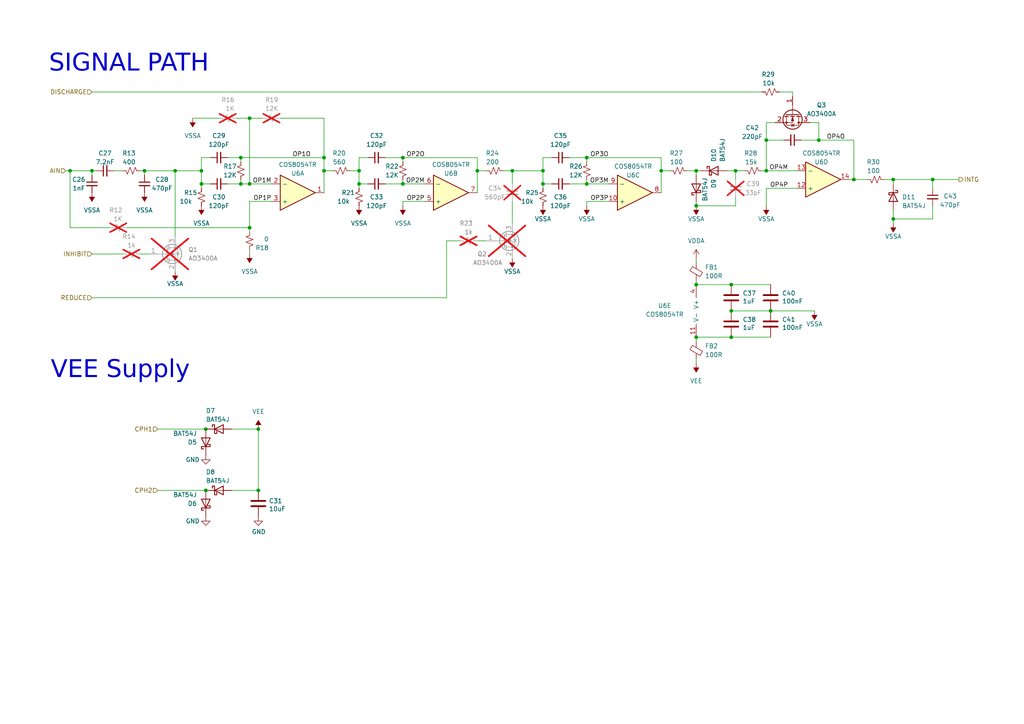
<source format=kicad_sch>
(kicad_sch (version 20250114) (generator "eeschema") (generator_version "9.0")
  (paper "A4")
  (lib_symbols
    (symbol "Device:C" (pin_numbers (hide yes)) (pin_names (offset 0.254))
      (property "Reference" "C" (at 0.635 2.54 0))
      (property "Value" "C" (at 0.635 -2.54 0))
      (symbol "C_0_1"
        (polyline (pts (xy -2.032 0.762) (xy 2.032 0.762)) (stroke (width 0.508)))
        (polyline (pts (xy -2.032 -0.762) (xy 2.032 -0.762)) (stroke (width 0.508)))
      )
      (symbol "C_1_1"
        (pin passive line (at 0 3.81 270) (length 2.794) (name "~") (number "1"))
        (pin passive line (at 0 -3.81 90) (length 2.794) (name "~") (number "2"))
      )
    )
    (symbol "Device:C_Small" (pin_numbers (hide yes)) (pin_names (offset 0.254) (hide yes))
      (property "Reference" "C" (at 0.254 1.778 0))
      (property "Value" "C_Small" (at 0.254 -2.032 0))
      (symbol "C_Small_0_1"
        (polyline (pts (xy -1.524 0.508) (xy 1.524 0.508)) (stroke (width 0.3048)))
        (polyline (pts (xy -1.524 -0.508) (xy 1.524 -0.508)) (stroke (width 0.3302)))
      )
      (symbol "C_Small_1_1"
        (pin passive line (at 0 2.54 270) (length 2.032) (name "~") (number "1"))
        (pin passive line (at 0 -2.54 90) (length 2.032) (name "~") (number "2"))
      )
    )
    (symbol "Device:FerriteBead_Small" (pin_numbers (hide yes)) (pin_names (offset 0))
      (property "Reference" "FB" (at 1.905 1.27 0))
      (property "Value" "FerriteBead_Small" (at 1.905 -1.27 0))
      (symbol "FerriteBead_Small_0_1"
        (polyline (pts (xy -1.8288 0.2794) (xy -1.1176 1.4986) (xy 1.8288 -0.2032) (xy 1.1176 -1.4224) (xy -1.8288 0.2794)))
        (polyline (pts (xy 0 0.889) (xy 0 1.2954)))
        (polyline (pts (xy 0 -1.27) (xy 0 -0.7874)))
      )
      (symbol "FerriteBead_Small_1_1"
        (pin passive line (at 0 2.54 270) (length 1.27) (name "~") (number "1"))
        (pin passive line (at 0 -2.54 90) (length 1.27) (name "~") (number "2"))
      )
    )
    (symbol "Device:Opamp_Quad"
      (property "Reference" "U" (at 0 5.08 0))
      (property "Value" "Opamp_Quad" (at 0 -5.08 0))
      (symbol "Opamp_Quad_1_1"
        (polyline (pts (xy -5.08 5.08) (xy 5.08 0) (xy -5.08 -5.08) (xy -5.08 5.08)) (stroke (width 0.254)) (fill (type background)))
        (pin input line (at -7.62 2.54 0) (length 2.54) (name "+") (number "3"))
        (pin input line (at -7.62 -2.54 0) (length 2.54) (name "-") (number "2"))
        (pin output line (at 7.62 0 180) (length 2.54) (name "~") (number "1"))
      )
      (symbol "Opamp_Quad_2_1"
        (polyline (pts (xy -5.08 5.08) (xy 5.08 0) (xy -5.08 -5.08) (xy -5.08 5.08)) (stroke (width 0.254)) (fill (type background)))
        (pin input line (at -7.62 2.54 0) (length 2.54) (name "+") (number "5"))
        (pin input line (at -7.62 -2.54 0) (length 2.54) (name "-") (number "6"))
        (pin output line (at 7.62 0 180) (length 2.54) (name "~") (number "7"))
      )
      (symbol "Opamp_Quad_3_1"
        (polyline (pts (xy -5.08 5.08) (xy 5.08 0) (xy -5.08 -5.08) (xy -5.08 5.08)) (stroke (width 0.254)) (fill (type background)))
        (pin input line (at -7.62 2.54 0) (length 2.54) (name "+") (number "10"))
        (pin input line (at -7.62 -2.54 0) (length 2.54) (name "-") (number "9"))
        (pin output line (at 7.62 0 180) (length 2.54) (name "~") (number "8"))
      )
      (symbol "Opamp_Quad_4_1"
        (polyline (pts (xy -5.08 5.08) (xy 5.08 0) (xy -5.08 -5.08) (xy -5.08 5.08)) (stroke (width 0.254)) (fill (type background)))
        (pin input line (at -7.62 2.54 0) (length 2.54) (name "+") (number "12"))
        (pin input line (at -7.62 -2.54 0) (length 2.54) (name "-") (number "13"))
        (pin output line (at 7.62 0 180) (length 2.54) (name "~") (number "14"))
      )
      (symbol "Opamp_Quad_5_1"
        (pin power_in line (at -2.54 7.62 270) (length 3.81) (name "V+") (number "4"))
        (pin power_in line (at -2.54 -7.62 90) (length 3.81) (name "V-") (number "11"))
      )
    )
    (symbol "Device:R_Small_US" (pin_numbers (hide yes)) (pin_names (offset 0.254) (hide yes))
      (property "Reference" "R" (at 0.762 0.508 0))
      (property "Value" "R_Small_US" (at 0.762 -1.016 0))
      (symbol "R_Small_US_1_1"
        (polyline (pts (xy 0 1.524) (xy 1.016 1.143) (xy 0 0.762) (xy -1.016 0.381) (xy 0 0)))
        (polyline (pts (xy 0 0) (xy 1.016 -0.381) (xy 0 -0.762) (xy -1.016 -1.143) (xy 0 -1.524)))
        (pin passive line (at 0 2.54 270) (length 1.016) (name "~") (number "1"))
        (pin passive line (at 0 -2.54 90) (length 1.016) (name "~") (number "2"))
      )
    )
    (symbol "Diode:BAT54J" (pin_numbers (hide yes)) (pin_names (offset 1.016) (hide yes))
      (property "Reference" "D" (at 0 2.54 0))
      (property "Value" "BAT54J" (at 0 -2.54 0))
      (symbol "BAT54J_0_1"
        (polyline (pts (xy -1.905 0.635) (xy -1.905 1.27) (xy -1.27 1.27) (xy -1.27 -1.27) (xy -0.635 -1.27) (xy -0.635 -0.635)) (stroke (width 0.254)))
        (polyline (pts (xy 1.27 1.27) (xy 1.27 -1.27) (xy -1.27 0) (xy 1.27 1.27)) (stroke (width 0.254)))
        (polyline (pts (xy 1.27 0) (xy -1.27 0)))
      )
      (symbol "BAT54J_1_1"
        (pin passive line (at -3.81 0 0) (length 2.54) (name "K") (number "1"))
        (pin passive line (at 3.81 0 180) (length 2.54) (name "A") (number "2"))
      )
    )
    (symbol "Transistor_FET:AO3400A" (pin_names (hide yes))
      (property "Reference" "Q" (at 5.08 1.905 0))
      (property "Value" "AO3400A" (at 5.08 0 0))
      (symbol "AO3400A_0_1"
        (polyline (pts (xy 0.254 1.905) (xy 0.254 -1.905)) (stroke (width 0.254)))
        (polyline (pts (xy 0.254 0) (xy -2.54 0)))
        (polyline (pts (xy 0.762 2.286) (xy 0.762 1.27)) (stroke (width 0.254)))
        (polyline (pts (xy 0.762 0.508) (xy 0.762 -0.508)) (stroke (width 0.254)))
        (polyline (pts (xy 0.762 -1.27) (xy 0.762 -2.286)) (stroke (width 0.254)))
        (polyline (pts (xy 0.762 -1.778) (xy 3.302 -1.778) (xy 3.302 1.778) (xy 0.762 1.778)))
        (polyline (pts (xy 1.016 0) (xy 2.032 0.381) (xy 2.032 -0.381) (xy 1.016 0)) (fill (type outline)))
        (circle (center 1.651 0) (radius 2.794) (stroke (width 0.254)))
        (polyline (pts (xy 2.54 2.54) (xy 2.54 1.778)))
        (circle (center 2.54 1.778) (radius 0.254) (fill (type outline)))
        (circle (center 2.54 -1.778) (radius 0.254) (fill (type outline)))
        (polyline (pts (xy 2.54 -2.54) (xy 2.54 0) (xy 0.762 0)))
        (polyline (pts (xy 2.794 0.508) (xy 2.921 0.381) (xy 3.683 0.381) (xy 3.81 0.254)))
        (polyline (pts (xy 3.302 0.381) (xy 2.921 -0.254) (xy 3.683 -0.254) (xy 3.302 0.381)))
      )
      (symbol "AO3400A_1_1"
        (pin input line (at -5.08 0 0) (length 2.54) (name "G") (number "1"))
        (pin passive line (at 2.54 5.08 270) (length 2.54) (name "D") (number "3"))
        (pin passive line (at 2.54 -5.08 90) (length 2.54) (name "S") (number "2"))
      )
    )
    (symbol "power:GND" (power) (pin_names (offset 0))
      (property "Value" "GND" (at 0 -3.81 0))
      (symbol "GND_0_1"
        (polyline (pts (xy 0 0) (xy 0 -1.27) (xy 1.27 -1.27) (xy 0 -2.54) (xy -1.27 -1.27) (xy 0 -1.27)))
      )
      (symbol "GND_1_1"
        (pin power_in line (at 0 0 270) (length 0) (hide yes) (name "GND") (number "1"))
      )
    )
    (symbol "power:VDDA" (power) (pin_names (offset 0))
      (property "Value" "VDDA" (at 0 3.81 0))
      (symbol "VDDA_0_1"
        (polyline (pts (xy -0.762 1.27) (xy 0 2.54)))
        (polyline (pts (xy 0 2.54) (xy 0.762 1.27)))
        (polyline (pts (xy 0 0) (xy 0 2.54)))
      )
      (symbol "VDDA_1_1"
        (pin power_in line (at 0 0 90) (length 0) (hide yes) (name "VDDA") (number "1"))
      )
    )
    (symbol "power:VEE" (power) (pin_numbers (hide yes)) (pin_names (offset 0) (hide yes))
      (property "Value" "VEE" (at 0 3.556 0))
      (symbol "VEE_0_1"
        (polyline (pts (xy 0 0) (xy 0 2.54)))
        (polyline (pts (xy 0.762 1.27) (xy -0.762 1.27) (xy 0 2.54) (xy 0.762 1.27)) (fill (type outline)))
      )
      (symbol "VEE_1_1"
        (pin power_in line (at 0 0 90) (length 0) (name "~") (number "1"))
      )
    )
    (symbol "power:VSSA" (power) (pin_names (offset 0))
      (property "Value" "VSSA" (at 0 3.81 0))
      (symbol "VSSA_0_1"
        (polyline (pts (xy 0 0) (xy 0 2.54)))
        (polyline (pts (xy 0.762 1.27) (xy -0.762 1.27) (xy 0 2.54) (xy 0.762 1.27)) (fill (type outline)))
      )
      (symbol "VSSA_1_1"
        (pin power_in line (at 0 0 90) (length 0) (hide yes) (name "VSSA") (number "1"))
      )
    )
  )
  (text "SIGNAL PATH" (at 14.224 22.86 0) (effects (font (size 5.08 5.08)) (justify left bottom)))
  (text "VEE Supply" (at 14.732 111.76 0) (effects (font (size 5.08 5.08)) (justify left bottom)))
  (junction (at 247.65 52.07))
  (junction (at 170.18 53.34))
  (junction (at 213.36 49.53))
  (junction (at 93.98 45.72))
  (junction (at 157.48 49.53))
  (junction (at 59.69 142.24))
  (junction (at 212.09 82.55))
  (junction (at 41.91 49.53))
  (junction (at 72.39 53.34))
  (junction (at 157.48 53.34))
  (junction (at 74.93 124.46))
  (junction (at 237.49 40.64))
  (junction (at 74.93 142.24))
  (junction (at 191.77 49.53))
  (junction (at 259.08 63.5))
  (junction (at 270.51 52.07))
  (junction (at 148.59 49.53))
  (junction (at 201.93 59.69))
  (junction (at 138.43 49.53))
  (junction (at 259.08 52.07))
  (junction (at 222.25 40.64))
  (junction (at 72.39 34.29))
  (junction (at 69.85 53.34))
  (junction (at 50.8 49.53))
  (junction (at 69.85 45.72))
  (junction (at 104.14 49.53))
  (junction (at 116.84 45.72))
  (junction (at 201.93 82.55))
  (junction (at 104.14 53.34))
  (junction (at 116.84 53.34))
  (junction (at 222.25 49.53))
  (junction (at 93.98 49.53))
  (junction (at 58.42 49.53))
  (junction (at 72.39 66.04))
  (junction (at 201.93 97.79))
  (junction (at 223.52 90.17))
  (junction (at 58.42 53.34))
  (junction (at 212.09 97.79))
  (junction (at 26.67 49.53))
  (junction (at 170.18 45.72))
  (junction (at 59.69 124.46))
  (junction (at 20.32 49.53))
  (junction (at 212.09 90.17))
  (junction (at 201.93 49.53))
  (wire (pts (xy 93.98 45.72) (xy 93.98 49.53)))
  (wire (pts (xy 58.42 49.53) (xy 58.42 53.34)))
  (wire (pts (xy 111.76 53.34) (xy 116.84 53.34)))
  (wire (pts (xy 140.97 49.53) (xy 138.43 49.53)))
  (wire (pts (xy 213.36 49.53) (xy 215.9 49.53)))
  (wire (pts (xy 41.91 49.53) (xy 41.91 50.8)))
  (wire (pts (xy 201.93 50.8) (xy 201.93 49.53)))
  (wire (pts (xy 50.8 49.53) (xy 58.42 49.53)))
  (wire (pts (xy 138.43 69.85) (xy 140.97 69.85)))
  (wire (pts (xy 213.36 52.07) (xy 213.36 49.53)))
  (wire (pts (xy 259.08 52.07) (xy 270.51 52.07)))
  (wire (pts (xy 58.42 45.72) (xy 58.42 49.53)))
  (wire (pts (xy 199.39 49.53) (xy 201.93 49.53)))
  (wire (pts (xy 20.32 49.53) (xy 26.67 49.53)))
  (wire (pts (xy 104.14 53.34) (xy 106.68 53.34)))
  (wire (pts (xy 259.08 60.96) (xy 259.08 63.5)))
  (wire (pts (xy 72.39 53.34) (xy 78.74 53.34)))
  (wire (pts (xy 247.65 40.64) (xy 247.65 52.07)))
  (wire (pts (xy 104.14 45.72) (xy 104.14 49.53)))
  (wire (pts (xy 170.18 53.34) (xy 176.53 53.34)))
  (wire (pts (xy 129.54 69.85) (xy 133.35 69.85)))
  (wire (pts (xy 93.98 34.29) (xy 93.98 45.72)))
  (wire (pts (xy 116.84 58.42) (xy 116.84 59.69)))
  (wire (pts (xy 148.59 58.42) (xy 148.59 64.77)))
  (wire (pts (xy 212.09 90.17) (xy 223.52 90.17)))
  (wire (pts (xy 26.67 26.67) (xy 220.98 26.67)))
  (wire (pts (xy 270.51 52.07) (xy 278.13 52.07)))
  (wire (pts (xy 72.39 58.42) (xy 72.39 66.04)))
  (wire (pts (xy 201.93 58.42) (xy 201.93 59.69)))
  (wire (pts (xy 138.43 49.53) (xy 138.43 45.72)))
  (wire (pts (xy 72.39 53.34) (xy 72.39 34.29)))
  (wire (pts (xy 19.05 49.53) (xy 20.32 49.53)))
  (wire (pts (xy 201.93 49.53) (xy 203.2 49.53)))
  (wire (pts (xy 231.14 54.61) (xy 222.25 54.61)))
  (wire (pts (xy 104.14 49.53) (xy 104.14 53.34)))
  (wire (pts (xy 66.04 53.34) (xy 69.85 53.34)))
  (wire (pts (xy 201.93 104.14) (xy 201.93 105.41)))
  (wire (pts (xy 224.79 35.56) (xy 222.25 35.56)))
  (wire (pts (xy 256.54 52.07) (xy 259.08 52.07)))
  (wire (pts (xy 237.49 35.56) (xy 237.49 40.64)))
  (wire (pts (xy 165.1 45.72) (xy 170.18 45.72)))
  (wire (pts (xy 72.39 66.04) (xy 72.39 67.31)))
  (wire (pts (xy 157.48 53.34) (xy 160.02 53.34)))
  (wire (pts (xy 201.93 97.79) (xy 212.09 97.79)))
  (wire (pts (xy 170.18 45.72) (xy 170.18 46.99)))
  (wire (pts (xy 93.98 49.53) (xy 96.52 49.53)))
  (wire (pts (xy 148.59 49.53) (xy 146.05 49.53)))
  (wire (pts (xy 232.41 40.64) (xy 237.49 40.64)))
  (wire (pts (xy 116.84 52.07) (xy 116.84 53.34)))
  (wire (pts (xy 170.18 45.72) (xy 191.77 45.72)))
  (wire (pts (xy 36.83 66.04) (xy 72.39 66.04)))
  (wire (pts (xy 270.51 63.5) (xy 270.51 59.69)))
  (wire (pts (xy 191.77 49.53) (xy 191.77 45.72)))
  (wire (pts (xy 40.64 49.53) (xy 41.91 49.53)))
  (wire (pts (xy 259.08 63.5) (xy 259.08 64.77)))
  (wire (pts (xy 237.49 40.64) (xy 247.65 40.64)))
  (wire (pts (xy 78.74 58.42) (xy 72.39 58.42)))
  (wire (pts (xy 101.6 49.53) (xy 104.14 49.53)))
  (wire (pts (xy 170.18 58.42) (xy 170.18 59.69)))
  (wire (pts (xy 227.33 40.64) (xy 222.25 40.64)))
  (wire (pts (xy 116.84 45.72) (xy 116.84 46.99)))
  (wire (pts (xy 191.77 55.88) (xy 191.77 49.53)))
  (wire (pts (xy 229.87 26.67) (xy 229.87 27.94)))
  (wire (pts (xy 213.36 57.15) (xy 213.36 59.69)))
  (wire (pts (xy 81.28 34.29) (xy 93.98 34.29)))
  (wire (pts (xy 157.48 54.61) (xy 157.48 53.34)))
  (wire (pts (xy 111.76 45.72) (xy 116.84 45.72)))
  (wire (pts (xy 26.67 49.53) (xy 26.67 50.8)))
  (wire (pts (xy 176.53 58.42) (xy 170.18 58.42)))
  (wire (pts (xy 60.96 45.72) (xy 58.42 45.72)))
  (wire (pts (xy 223.52 90.17) (xy 236.22 90.17)))
  (wire (pts (xy 201.93 97.79) (xy 201.93 99.06)))
  (wire (pts (xy 116.84 45.72) (xy 138.43 45.72)))
  (wire (pts (xy 246.38 52.07) (xy 247.65 52.07)))
  (wire (pts (xy 69.85 45.72) (xy 93.98 45.72)))
  (wire (pts (xy 58.42 54.61) (xy 58.42 53.34)))
  (wire (pts (xy 213.36 59.69) (xy 201.93 59.69)))
  (wire (pts (xy 67.31 142.24) (xy 74.93 142.24)))
  (wire (pts (xy 45.72 142.24) (xy 59.69 142.24)))
  (wire (pts (xy 160.02 45.72) (xy 157.48 45.72)))
  (wire (pts (xy 27.94 49.53) (xy 26.67 49.53)))
  (wire (pts (xy 129.54 86.36) (xy 129.54 69.85)))
  (wire (pts (xy 226.06 26.67) (xy 229.87 26.67)))
  (wire (pts (xy 93.98 49.53) (xy 93.98 55.88)))
  (wire (pts (xy 213.36 49.53) (xy 210.82 49.53)))
  (wire (pts (xy 69.85 45.72) (xy 69.85 46.99)))
  (wire (pts (xy 20.32 49.53) (xy 20.32 66.04)))
  (wire (pts (xy 69.85 53.34) (xy 72.39 53.34)))
  (wire (pts (xy 259.08 63.5) (xy 270.51 63.5)))
  (wire (pts (xy 222.25 35.56) (xy 222.25 40.64)))
  (wire (pts (xy 201.93 82.55) (xy 212.09 82.55)))
  (wire (pts (xy 26.67 73.66) (xy 35.56 73.66)))
  (wire (pts (xy 55.88 34.29) (xy 63.5 34.29)))
  (wire (pts (xy 116.84 53.34) (xy 123.19 53.34)))
  (wire (pts (xy 68.58 34.29) (xy 72.39 34.29)))
  (wire (pts (xy 222.25 49.53) (xy 231.14 49.53)))
  (wire (pts (xy 270.51 52.07) (xy 270.51 54.61)))
  (wire (pts (xy 212.09 97.79) (xy 223.52 97.79)))
  (wire (pts (xy 148.59 49.53) (xy 157.48 49.53)))
  (wire (pts (xy 69.85 52.07) (xy 69.85 53.34)))
  (wire (pts (xy 123.19 58.42) (xy 116.84 58.42)))
  (wire (pts (xy 104.14 54.61) (xy 104.14 53.34)))
  (wire (pts (xy 74.93 142.24) (xy 74.93 124.46)))
  (wire (pts (xy 72.39 72.39) (xy 72.39 73.66)))
  (wire (pts (xy 106.68 45.72) (xy 104.14 45.72)))
  (wire (pts (xy 45.72 124.46) (xy 59.69 124.46)))
  (wire (pts (xy 40.64 73.66) (xy 43.18 73.66)))
  (wire (pts (xy 26.67 86.36) (xy 129.54 86.36)))
  (wire (pts (xy 201.93 81.28) (xy 201.93 82.55)))
  (wire (pts (xy 66.04 45.72) (xy 69.85 45.72)))
  (wire (pts (xy 33.02 49.53) (xy 35.56 49.53)))
  (wire (pts (xy 220.98 49.53) (xy 222.25 49.53)))
  (wire (pts (xy 148.59 53.34) (xy 148.59 49.53)))
  (wire (pts (xy 212.09 82.55) (xy 223.52 82.55)))
  (wire (pts (xy 72.39 34.29) (xy 76.2 34.29)))
  (wire (pts (xy 20.32 66.04) (xy 31.75 66.04)))
  (wire (pts (xy 157.48 45.72) (xy 157.48 49.53)))
  (wire (pts (xy 234.95 35.56) (xy 237.49 35.56)))
  (wire (pts (xy 138.43 55.88) (xy 138.43 49.53)))
  (wire (pts (xy 222.25 54.61) (xy 222.25 59.69)))
  (wire (pts (xy 191.77 49.53) (xy 194.31 49.53)))
  (wire (pts (xy 50.8 49.53) (xy 41.91 49.53)))
  (wire (pts (xy 165.1 53.34) (xy 170.18 53.34)))
  (wire (pts (xy 222.25 40.64) (xy 222.25 49.53)))
  (wire (pts (xy 201.93 74.93) (xy 201.93 76.2)))
  (wire (pts (xy 259.08 52.07) (xy 259.08 53.34)))
  (wire (pts (xy 50.8 49.53) (xy 50.8 68.58)))
  (wire (pts (xy 247.65 52.07) (xy 251.46 52.07)))
  (wire (pts (xy 67.31 124.46) (xy 74.93 124.46)))
  (wire (pts (xy 157.48 49.53) (xy 157.48 53.34)))
  (wire (pts (xy 170.18 52.07) (xy 170.18 53.34)))
  (wire (pts (xy 58.42 53.34) (xy 60.96 53.34)))
  (label "OP3O" (at 176.53 45.72 180))
  (label "OP3M" (at 176.53 53.34 180))
  (label "TIM2_CH4" (at 162.56 224.79 180))
  (label "OP1P" (at 78.74 58.42 180))
  (label "OP4M" (at 228.6 49.53 180))
  (label "OP4P" (at 228.6 54.61 180))
  (label "OP2P" (at 123.19 58.42 180))
  (label "OP4O" (at 245.11 40.64 180))
  (label "OP1M" (at 78.74 53.34 180))
  (label "OP2O" (at 123.19 45.72 180))
  (label "OP1O" (at 90.17 45.72 180))
  (label "OP3P" (at 176.53 58.42 180))
  (label "OP2M" (at 123.19 53.34 180))
  (hierarchical_label "CPH2" (shape input) (at 45.72 142.24 180))
  (hierarchical_label "DISCHARGE" (shape input) (at 26.67 26.67 180))
  (hierarchical_label "INHIBIT" (shape input) (at 26.67 73.66 180))
  (hierarchical_label "AIN" (shape input) (at 19.05 49.53 180))
  (hierarchical_label "CPH1" (shape input) (at 45.72 124.46 180))
  (hierarchical_label "INTG" (shape output) (at 278.13 52.07 0))
  (hierarchical_label "REDUCE" (shape input) (at 26.67 86.36 180))
  (symbol (lib_id "Device:C") (at 223.52 93.98 0) (unit 1)
    (property "Reference" "C41" (at 226.822 92.685 0) (effects (justify left)))
    (property "Value" "100nF" (at 226.822 94.996 0) (effects (justify left)))
    (property "Footprint" "Capacitor_SMD:C_0603_1608Metric" (effects (hide yes)))
  )
  (symbol (lib_id "Device:Opamp_Quad") (at 86.36 55.88 0) (mirror x) (unit 1)
    (property "Reference" "U6" (at 86.36 50.292 0))
    (property "Value" "COS8054TR" (at 86.36 47.752 0))
    (property "Footprint" "Package_SO:TSSOP-14_4.4x5mm_P0.65mm" (effects (hide yes)))
    (property "Datasheet" "https://datasheet.lcsc.com/lcsc/2312190426_COSINE-COS8054TR_C7463388.pdf" (effects (hide yes)))
    (property "Description" "Quad operational amplifier" (effects (hide yes)))
    (property "Sim.Library" "${KICAD7_SYMBOL_DIR}/Simulation_SPICE.sp" (effects (hide yes)))
    (property "Sim.Name" "kicad_builtin_opamp_quad" (effects (hide yes)))
    (property "Sim.Device" "SUBCKT" (effects (hide yes)))
    (property "Sim.Pins" "1=out1 2=in1- 3=in1+ 4=vcc 5=in2+ 6=in2- 7=out2 8=out3 9=in3- 10=in3+ 11=vee 12=in4+ 13=in4- 14=out4" (effects (hide yes)))
  )
  (symbol (lib_id "Diode:BAT54J") (at 259.08 57.15 270) (unit 1)
    (property "Reference" "D11" (at 261.62 57.15 90) (effects (justify left)))
    (property "Value" "BAT54J" (at 261.62 59.69 90) (effects (justify left)))
    (property "Footprint" "Diode_SMD:D_SOD-323F" (effects (hide yes)))
    (property "Datasheet" "https://assets.nexperia.com/documents/data-sheet/BAT54J.pdf" (effects (hide yes)))
  )
  (symbol (lib_id "Device:R_Small_US") (at 196.85 49.53 90) (mirror x) (unit 1)
    (property "Reference" "R27" (at 198.12 44.45 90) (effects (justify left)))
    (property "Value" "100" (at 198.12 46.99 90) (effects (justify left)))
    (property "Footprint" "Resistor_SMD:R_0402_1005Metric" (effects (hide yes)))
  )
  (symbol (lib_id "Device:R_Small_US") (at 218.44 49.53 90) (mirror x) (unit 1)
    (property "Reference" "R28" (at 219.71 44.45 90) (effects (justify left)))
    (property "Value" "15k" (at 219.71 46.99 90) (effects (justify left)))
    (property "Footprint" "Resistor_SMD:R_0402_1005Metric" (effects (hide yes)))
  )
  (symbol (lib_id "power:VSSA") (at 236.22 90.17 180) (unit 1)
    (property "Reference" "#PWR049" (effects (hide yes)))
    (property "Value" "VSSA" (at 236.22 93.98 0))
  )
  (symbol (lib_id "Device:R_Small_US") (at 78.74 34.29 90) (mirror x) (unit 1) (dnp yes)
    (property "Reference" "R19" (at 80.772 28.956 90) (effects (justify left)))
    (property "Value" "12K" (at 80.772 31.496 90) (effects (justify left)))
    (property "Footprint" "Resistor_SMD:R_0402_1005Metric" (effects (hide yes)))
  )
  (symbol (lib_id "Device:FerriteBead_Small") (at 201.93 78.74 180) (unit 1)
    (property "Reference" "FB1" (at 204.47 77.508 0) (effects (justify right)))
    (property "Value" "100R" (at 204.47 80.048 0) (effects (justify right)))
    (property "Footprint" "Inductor_SMD:L_0603_1608Metric" (effects (hide yes)))
    (property "Description" "Ferrite bead, small symbol" (effects (hide yes)))
  )
  (symbol (lib_id "Device:C_Small") (at 162.56 45.72 90) (unit 1)
    (property "Reference" "C35" (at 162.56 39.37 90))
    (property "Value" "120pF" (at 162.56 41.91 90))
    (property "Footprint" "Capacitor_SMD:C_0402_1005Metric" (effects (hide yes)))
  )
  (symbol (lib_id "power:GND") (at 74.93 149.86 0) (unit 1)
    (property "Reference" "#PWR039" (effects (hide yes)))
    (property "Value" "GND" (at 75.057 154.2542 0))
  )
  (symbol (lib_id "Device:Opamp_Quad") (at 184.15 55.88 0) (mirror x) (unit 3)
    (property "Reference" "U6" (at 183.642 50.8 0))
    (property "Value" "COS8054TR" (at 183.642 48.26 0))
    (property "Footprint" "Package_SO:TSSOP-14_4.4x5mm_P0.65mm" (effects (hide yes)))
    (property "Datasheet" "https://datasheet.lcsc.com/lcsc/2312190426_COSINE-COS8054TR_C7463388.pdf" (effects (hide yes)))
    (property "Description" "Quad operational amplifier" (effects (hide yes)))
    (property "Sim.Library" "${KICAD7_SYMBOL_DIR}/Simulation_SPICE.sp" (effects (hide yes)))
    (property "Sim.Name" "kicad_builtin_opamp_quad" (effects (hide yes)))
    (property "Sim.Device" "SUBCKT" (effects (hide yes)))
    (property "Sim.Pins" "1=out1 2=in1- 3=in1+ 4=vcc 5=in2+ 6=in2- 7=out2 8=out3 9=in3- 10=in3+ 11=vee 12=in4+ 13=in4- 14=out4" (effects (hide yes)))
  )
  (symbol (lib_id "Device:R_Small_US") (at 72.39 69.85 0) (mirror y) (unit 1)
    (property "Reference" "R18" (at 77.978 71.882 0) (effects (justify left)))
    (property "Value" "0" (at 77.978 69.342 0) (effects (justify left)))
    (property "Footprint" "Resistor_SMD:R_0402_1005Metric" (effects (hide yes)))
  )
  (symbol (lib_id "power:VSSA") (at 55.88 34.29 180) (unit 1)
    (property "Reference" "#PWR033" (effects (hide yes)))
    (property "Value" "VSSA" (at 55.88 39.37 0))
  )
  (symbol (lib_id "power:GND") (at 59.69 149.86 0) (unit 1)
    (property "Reference" "#PWR036" (effects (hide yes)))
    (property "Value" "GND" (at 55.88 151.13 0))
  )
  (symbol (lib_id "power:VDDA") (at 201.93 74.93 0) (unit 1)
    (property "Reference" "#PWR046" (effects (hide yes)))
    (property "Value" "VDDA" (at 201.93 69.85 0))
  )
  (symbol (lib_id "power:VEE") (at 74.93 124.46 0) (unit 1)
    (property "Reference" "#PWR038" (effects (hide yes)))
    (property "Value" "VEE" (at 74.93 119.38 0))
    (property "Description" "Power symbol creates a global label with name \"VEE\"" (effects (hide yes)))
  )
  (symbol (lib_id "Diode:BAT54J") (at 63.5 124.46 0) (unit 1)
    (property "Reference" "D7" (at 59.69 119.126 0) (effects (justify left)))
    (property "Value" "BAT54J" (at 59.69 121.666 0) (effects (justify left)))
    (property "Footprint" "Diode_SMD:D_SOD-323F" (effects (hide yes)))
    (property "Datasheet" "https://assets.nexperia.com/documents/data-sheet/BAT54J.pdf" (effects (hide yes)))
  )
  (symbol (lib_id "power:VSSA") (at 201.93 59.69 180) (unit 1)
    (property "Reference" "#PWR045" (effects (hide yes)))
    (property "Value" "VSSA" (at 201.93 63.5 0))
  )
  (symbol (lib_id "power:VSSA") (at 26.67 55.88 180) (unit 1)
    (property "Reference" "#PWR030" (effects (hide yes)))
    (property "Value" "VSSA" (at 26.67 60.96 0))
  )
  (symbol (lib_id "Diode:BAT54J") (at 201.93 54.61 90) (unit 1)
    (property "Reference" "D9" (at 207.01 54.61 0) (effects (justify left)))
    (property "Value" "BAT54J" (at 204.47 58.42 0) (effects (justify left)))
    (property "Footprint" "Diode_SMD:D_SOD-323F" (effects (hide yes)))
    (property "Datasheet" "https://assets.nexperia.com/documents/data-sheet/BAT54J.pdf" (effects (hide yes)))
  )
  (symbol (lib_id "power:VSSA") (at 170.18 59.69 180) (unit 1)
    (property "Reference" "#PWR044" (effects (hide yes)))
    (property "Value" "VSSA" (at 170.18 63.5 0))
  )
  (symbol (lib_id "Diode:BAT54J") (at 59.69 146.05 90) (unit 1)
    (property "Reference" "D6" (at 57.15 146.05 90) (effects (justify left)))
    (property "Value" "BAT54J" (at 57.15 143.51 90) (effects (justify left)))
    (property "Footprint" "Diode_SMD:D_SOD-323F" (effects (hide yes)))
    (property "Datasheet" "https://assets.nexperia.com/documents/data-sheet/BAT54J.pdf" (effects (hide yes)))
  )
  (symbol (lib_id "power:VSSA") (at 72.39 73.66 180) (unit 1)
    (property "Reference" "#PWR037" (effects (hide yes)))
    (property "Value" "VSSA" (at 72.39 78.74 0))
  )
  (symbol (lib_id "Device:C_Small") (at 229.87 40.64 270) (unit 1)
    (property "Reference" "C42" (at 218.186 37.084 90))
    (property "Value" "220pF" (at 218.186 39.624 90))
    (property "Footprint" "Capacitor_SMD:C_0402_1005Metric" (effects (hide yes)))
  )
  (symbol (lib_id "Device:R_Small_US") (at 99.06 49.53 90) (mirror x) (unit 1)
    (property "Reference" "R20" (at 100.33 44.45 90) (effects (justify left)))
    (property "Value" "560" (at 100.33 46.99 90) (effects (justify left)))
    (property "Footprint" "Resistor_SMD:R_0402_1005Metric" (effects (hide yes)))
  )
  (symbol (lib_id "power:VSSA") (at 157.48 59.69 180) (unit 1)
    (property "Reference" "#PWR043" (effects (hide yes)))
    (property "Value" "VSSA" (at 157.48 63.5 0))
  )
  (symbol (lib_id "Device:C_Small") (at 41.91 53.34 0) (unit 1)
    (property "Reference" "C28" (at 46.99 52.07 0))
    (property "Value" "470pF" (at 46.99 54.61 0))
    (property "Footprint" "Capacitor_SMD:C_0402_1005Metric" (effects (hide yes)))
  )
  (symbol (lib_id "power:VSSA") (at 148.59 74.93 180) (unit 1)
    (property "Reference" "#PWR042" (effects (hide yes)))
    (property "Value" "VSSA" (at 148.59 78.74 0))
  )
  (symbol (lib_id "power:VSSA") (at 58.42 59.69 180) (unit 1)
    (property "Reference" "#PWR034" (effects (hide yes)))
    (property "Value" "VSSA" (at 58.42 64.77 0))
  )
  (symbol (lib_id "Device:R_Small_US") (at 34.29 66.04 90) (mirror x) (unit 1) (dnp yes)
    (property "Reference" "R12" (at 35.56 60.96 90) (effects (justify left)))
    (property "Value" "1K" (at 35.56 63.5 90) (effects (justify left)))
    (property "Footprint" "Resistor_SMD:R_0402_1005Metric" (effects (hide yes)))
  )
  (symbol (lib_id "Transistor_FET:AO3400A") (at 48.26 73.66 0) (unit 1) (dnp yes)
    (property "Reference" "Q1" (at 54.61 72.3899 0) (effects (justify left)))
    (property "Value" "AO3400A" (at 54.61 74.9299 0) (effects (justify left)))
    (property "Footprint" "Package_TO_SOT_SMD:SOT-23" (effects (hide yes)))
    (property "Datasheet" "http://www.aosmd.com/pdfs/datasheet/AO3400A.pdf" (effects (hide yes)))
  )
  (symbol (lib_id "Device:R_Small_US") (at 69.85 49.53 0) (mirror x) (unit 1)
    (property "Reference" "R17" (at 64.77 48.26 0) (effects (justify left)))
    (property "Value" "12K" (at 64.77 50.8 0) (effects (justify left)))
    (property "Footprint" "Resistor_SMD:R_0402_1005Metric" (effects (hide yes)))
  )
  (symbol (lib_id "power:GND") (at 59.69 132.08 0) (unit 1)
    (property "Reference" "#PWR035" (effects (hide yes)))
    (property "Value" "GND" (at 55.88 133.35 0))
  )
  (symbol (lib_id "power:VSSA") (at 41.91 55.88 180) (unit 1)
    (property "Reference" "#PWR031" (effects (hide yes)))
    (property "Value" "VSSA" (at 41.91 60.96 0))
  )
  (symbol (lib_id "Device:C_Small") (at 30.48 49.53 90) (unit 1)
    (property "Reference" "C27" (at 30.48 44.45 90))
    (property "Value" "7.2nF" (at 30.48 46.99 90))
    (property "Footprint" "Capacitor_SMD:C_0402_1005Metric" (effects (hide yes)))
  )
  (symbol (lib_id "Device:R_Small_US") (at 170.18 49.53 0) (mirror x) (unit 1)
    (property "Reference" "R26" (at 165.1 48.26 0) (effects (justify left)))
    (property "Value" "12K" (at 165.1 50.8 0) (effects (justify left)))
    (property "Footprint" "Resistor_SMD:R_0402_1005Metric" (effects (hide yes)))
  )
  (symbol (lib_id "Device:C_Small") (at 63.5 53.34 90) (unit 1)
    (property "Reference" "C30" (at 63.5 57.15 90))
    (property "Value" "120pF" (at 63.5 59.69 90))
    (property "Footprint" "Capacitor_SMD:C_0402_1005Metric" (effects (hide yes)))
  )
  (symbol (lib_id "Device:R_Small_US") (at 66.04 34.29 90) (mirror x) (unit 1) (dnp yes)
    (property "Reference" "R16" (at 68.072 28.956 90) (effects (justify left)))
    (property "Value" "1K" (at 68.072 31.496 90) (effects (justify left)))
    (property "Footprint" "Resistor_SMD:R_0402_1005Metric" (effects (hide yes)))
  )
  (symbol (lib_id "Device:R_Small_US") (at 157.48 57.15 0) (mirror x) (unit 1)
    (property "Reference" "R25" (at 152.4 55.88 0) (effects (justify left)))
    (property "Value" "10k" (at 151.13 58.42 0) (effects (justify left)))
    (property "Footprint" "Resistor_SMD:R_0402_1005Metric" (effects (hide yes)))
  )
  (symbol (lib_id "Device:Opamp_Quad") (at 130.81 55.88 0) (mirror x) (unit 2)
    (property "Reference" "U6" (at 130.81 50.292 0))
    (property "Value" "COS8054TR" (at 130.81 47.752 0))
    (property "Footprint" "Package_SO:TSSOP-14_4.4x5mm_P0.65mm" (effects (hide yes)))
    (property "Datasheet" "https://datasheet.lcsc.com/lcsc/2312190426_COSINE-COS8054TR_C7463388.pdf" (effects (hide yes)))
    (property "Description" "Quad operational amplifier" (effects (hide yes)))
    (property "Sim.Library" "${KICAD7_SYMBOL_DIR}/Simulation_SPICE.sp" (effects (hide yes)))
    (property "Sim.Name" "kicad_builtin_opamp_quad" (effects (hide yes)))
    (property "Sim.Device" "SUBCKT" (effects (hide yes)))
    (property "Sim.Pins" "1=out1 2=in1- 3=in1+ 4=vcc 5=in2+ 6=in2- 7=out2 8=out3 9=in3- 10=in3+ 11=vee 12=in4+ 13=in4- 14=out4" (effects (hide yes)))
  )
  (symbol (lib_id "Device:C_Small") (at 148.59 55.88 0) (unit 1) (dnp yes)
    (property "Reference" "C34" (at 143.51 54.61 0))
    (property "Value" "560pF" (at 143.51 57.15 0))
    (property "Footprint" "Capacitor_SMD:C_0402_1005Metric" (effects (hide yes)))
  )
  (symbol (lib_id "Device:R_Small_US") (at 104.14 57.15 0) (mirror x) (unit 1)
    (property "Reference" "R21" (at 99.06 55.88 0) (effects (justify left)))
    (property "Value" "10k" (at 97.79 58.42 0) (effects (justify left)))
    (property "Footprint" "Resistor_SMD:R_0402_1005Metric" (effects (hide yes)))
  )
  (symbol (lib_id "Device:R_Small_US") (at 254 52.07 90) (mirror x) (unit 1)
    (property "Reference" "R30" (at 255.27 46.99 90) (effects (justify left)))
    (property "Value" "100" (at 255.27 49.53 90) (effects (justify left)))
    (property "Footprint" "Resistor_SMD:R_0402_1005Metric" (effects (hide yes)))
  )
  (symbol (lib_id "Transistor_FET:AO3400A") (at 229.87 33.02 270) (unit 1)
    (property "Reference" "Q3" (at 238.252 30.48 90))
    (property "Value" "AO3400A" (at 238.252 33.02 90))
    (property "Footprint" "Package_TO_SOT_SMD:SOT-23" (effects (hide yes)))
    (property "Datasheet" "http://www.aosmd.com/pdfs/datasheet/AO3400A.pdf" (effects (hide yes)))
  )
  (symbol (lib_id "Device:C") (at 74.93 146.05 0) (unit 1)
    (property "Reference" "C31" (at 77.978 145.288 0) (effects (justify left)))
    (property "Value" "10uF" (at 77.978 147.599 0) (effects (justify left)))
    (property "Footprint" "Capacitor_SMD:C_0603_1608Metric" (effects (hide yes)))
  )
  (symbol (lib_id "Device:C_Small") (at 213.36 54.61 0) (unit 1) (dnp yes)
    (property "Reference" "C39" (at 218.44 53.34 0))
    (property "Value" "33pF" (at 218.44 55.88 0))
    (property "Footprint" "Capacitor_SMD:C_0402_1005Metric" (effects (hide yes)))
  )
  (symbol (lib_id "Device:R_Small_US") (at 116.84 49.53 0) (mirror x) (unit 1)
    (property "Reference" "R22" (at 111.76 48.26 0) (effects (justify left)))
    (property "Value" "12K" (at 111.76 50.8 0) (effects (justify left)))
    (property "Footprint" "Resistor_SMD:R_0402_1005Metric" (effects (hide yes)))
  )
  (symbol (lib_id "power:VSSA") (at 259.08 64.77 180) (unit 1)
    (property "Reference" "#PWR050" (effects (hide yes)))
    (property "Value" "VSSA" (at 259.08 68.58 0))
  )
  (symbol (lib_id "Device:C") (at 212.09 93.98 0) (unit 1)
    (property "Reference" "C38" (at 215.392 92.685 0) (effects (justify left)))
    (property "Value" "1uF" (at 215.392 94.996 0) (effects (justify left)))
    (property "Footprint" "Capacitor_SMD:C_0603_1608Metric" (effects (hide yes)))
  )
  (symbol (lib_id "Device:R_Small_US") (at 38.1 49.53 90) (mirror x) (unit 1)
    (property "Reference" "R13" (at 39.37 44.45 90) (effects (justify left)))
    (property "Value" "400" (at 39.37 46.99 90) (effects (justify left)))
    (property "Footprint" "Resistor_SMD:R_0402_1005Metric" (effects (hide yes)))
  )
  (symbol (lib_id "Device:C_Small") (at 109.22 53.34 90) (unit 1)
    (property "Reference" "C33" (at 109.22 57.15 90))
    (property "Value" "120pF" (at 109.22 59.69 90))
    (property "Footprint" "Capacitor_SMD:C_0402_1005Metric" (effects (hide yes)))
  )
  (symbol (lib_id "Device:C") (at 212.09 86.36 0) (unit 1)
    (property "Reference" "C37" (at 215.392 85.065 0) (effects (justify left)))
    (property "Value" "1uF" (at 215.392 87.376 0) (effects (justify left)))
    (property "Footprint" "Capacitor_SMD:C_0603_1608Metric" (effects (hide yes)))
  )
  (symbol (lib_id "Device:R_Small_US") (at 38.1 73.66 90) (mirror x) (unit 1) (dnp yes)
    (property "Reference" "R14" (at 39.37 68.58 90) (effects (justify left)))
    (property "Value" "1k" (at 39.37 71.12 90) (effects (justify left)))
    (property "Footprint" "Resistor_SMD:R_0402_1005Metric" (effects (hide yes)))
  )
  (symbol (lib_id "Device:R_Small_US") (at 135.89 69.85 90) (mirror x) (unit 1) (dnp yes)
    (property "Reference" "R23" (at 137.16 64.77 90) (effects (justify left)))
    (property "Value" "1k" (at 137.16 67.31 90) (effects (justify left)))
    (property "Footprint" "Resistor_SMD:R_0402_1005Metric" (effects (hide yes)))
  )
  (symbol (lib_id "Transistor_FET:AO3400A") (at 146.05 69.85 0) (unit 1) (dnp yes)
    (property "Reference" "Q2" (at 138.43 73.66 0) (effects (justify left)))
    (property "Value" "AO3400A" (at 137.16 76.2 0) (effects (justify left)))
    (property "Footprint" "Package_TO_SOT_SMD:SOT-23" (effects (hide yes)))
    (property "Datasheet" "http://www.aosmd.com/pdfs/datasheet/AO3400A.pdf" (effects (hide yes)))
  )
  (symbol (lib_id "Device:C_Small") (at 109.22 45.72 90) (unit 1)
    (property "Reference" "C32" (at 109.22 39.37 90))
    (property "Value" "120pF" (at 109.22 41.91 90))
    (property "Footprint" "Capacitor_SMD:C_0402_1005Metric" (effects (hide yes)))
  )
  (symbol (lib_id "Device:Opamp_Quad") (at 238.76 52.07 0) (mirror x) (unit 4)
    (property "Reference" "U6" (at 238.252 46.99 0))
    (property "Value" "COS8054TR" (at 238.252 44.45 0))
    (property "Footprint" "Package_SO:TSSOP-14_4.4x5mm_P0.65mm" (effects (hide yes)))
    (property "Datasheet" "https://datasheet.lcsc.com/lcsc/2312190426_COSINE-COS8054TR_C7463388.pdf" (effects (hide yes)))
    (property "Description" "Quad operational amplifier" (effects (hide yes)))
    (property "Sim.Library" "${KICAD7_SYMBOL_DIR}/Simulation_SPICE.sp" (effects (hide yes)))
    (property "Sim.Name" "kicad_builtin_opamp_quad" (effects (hide yes)))
    (property "Sim.Device" "SUBCKT" (effects (hide yes)))
    (property "Sim.Pins" "1=out1 2=in1- 3=in1+ 4=vcc 5=in2+ 6=in2- 7=out2 8=out3 9=in3- 10=in3+ 11=vee 12=in4+ 13=in4- 14=out4" (effects (hide yes)))
  )
  (symbol (lib_id "power:VSSA") (at 116.84 59.69 180) (unit 1)
    (property "Reference" "#PWR041" (effects (hide yes)))
    (property "Value" "VSSA" (at 116.84 64.77 0))
  )
  (symbol (lib_id "Device:FerriteBead_Small") (at 201.93 101.6 180) (unit 1)
    (property "Reference" "FB2" (at 204.47 100.368 0) (effects (justify right)))
    (property "Value" "100R" (at 204.47 102.908 0) (effects (justify right)))
    (property "Footprint" "Inductor_SMD:L_0603_1608Metric" (effects (hide yes)))
    (property "Description" "Ferrite bead, small symbol" (effects (hide yes)))
  )
  (symbol (lib_id "power:VEE") (at 201.93 105.41 180) (unit 1)
    (property "Reference" "#PWR047" (effects (hide yes)))
    (property "Value" "VEE" (at 201.93 110.49 0))
    (property "Description" "Power symbol creates a global label with name \"VEE\"" (effects (hide yes)))
  )
  (symbol (lib_id "Device:C_Small") (at 162.56 53.34 90) (unit 1)
    (property "Reference" "C36" (at 162.56 57.15 90))
    (property "Value" "120pF" (at 162.56 59.69 90))
    (property "Footprint" "Capacitor_SMD:C_0402_1005Metric" (effects (hide yes)))
  )
  (symbol (lib_id "Device:C_Small") (at 270.51 57.15 0) (unit 1)
    (property "Reference" "C43" (at 275.59 56.896 0))
    (property "Value" "470pF" (at 275.59 59.436 0))
    (property "Footprint" "Capacitor_SMD:C_0402_1005Metric" (effects (hide yes)))
  )
  (symbol (lib_id "power:VSSA") (at 222.25 59.69 180) (unit 1)
    (property "Reference" "#PWR048" (effects (hide yes)))
    (property "Value" "VSSA" (at 222.25 63.5 0))
  )
  (symbol (lib_id "power:VSSA") (at 50.8 78.74 180) (unit 1)
    (property "Reference" "#PWR032" (effects (hide yes)))
    (property "Value" "VSSA" (at 50.8 82.296 0))
  )
  (symbol (lib_id "Diode:BAT54J") (at 59.69 128.27 90) (unit 1)
    (property "Reference" "D5" (at 57.15 128.27 90) (effects (justify left)))
    (property "Value" "BAT54J" (at 57.15 125.73 90) (effects (justify left)))
    (property "Footprint" "Diode_SMD:D_SOD-323F" (effects (hide yes)))
    (property "Datasheet" "https://assets.nexperia.com/documents/data-sheet/BAT54J.pdf" (effects (hide yes)))
  )
  (symbol (lib_id "Device:R_Small_US") (at 223.52 26.67 90) (mirror x) (unit 1)
    (property "Reference" "R29" (at 224.79 21.59 90) (effects (justify left)))
    (property "Value" "10k" (at 224.79 24.13 90) (effects (justify left)))
    (property "Footprint" "Resistor_SMD:R_0402_1005Metric" (effects (hide yes)))
  )
  (symbol (lib_id "Device:R_Small_US") (at 143.51 49.53 90) (mirror x) (unit 1)
    (property "Reference" "R24" (at 144.78 44.45 90) (effects (justify left)))
    (property "Value" "200" (at 144.78 46.99 90) (effects (justify left)))
    (property "Footprint" "Resistor_SMD:R_0402_1005Metric" (effects (hide yes)))
  )
  (symbol (lib_id "Device:C_Small") (at 63.5 45.72 90) (unit 1)
    (property "Reference" "C29" (at 63.5 39.37 90))
    (property "Value" "120pF" (at 63.5 41.91 90))
    (property "Footprint" "Capacitor_SMD:C_0402_1005Metric" (effects (hide yes)))
  )
  (symbol (lib_id "Device:R_Small_US") (at 58.42 57.15 0) (mirror x) (unit 1)
    (property "Reference" "R15" (at 53.34 55.88 0) (effects (justify left)))
    (property "Value" "10k" (at 52.07 58.42 0) (effects (justify left)))
    (property "Footprint" "Resistor_SMD:R_0402_1005Metric" (effects (hide yes)))
  )
  (symbol (lib_id "Device:Opamp_Quad") (at 204.47 90.17 0) (unit 5)
    (property "Reference" "U6" (at 192.786 88.646 0))
    (property "Value" "COS8054TR" (at 192.786 91.186 0))
    (property "Footprint" "Package_SO:TSSOP-14_4.4x5mm_P0.65mm" (effects (hide yes)))
    (property "Datasheet" "https://datasheet.lcsc.com/lcsc/2312190426_COSINE-COS8054TR_C7463388.pdf" (effects (hide yes)))
    (property "Description" "Quad operational amplifier" (effects (hide yes)))
    (property "Sim.Library" "${KICAD7_SYMBOL_DIR}/Simulation_SPICE.sp" (effects (hide yes)))
    (property "Sim.Name" "kicad_builtin_opamp_quad" (effects (hide yes)))
    (property "Sim.Device" "SUBCKT" (effects (hide yes)))
    (property "Sim.Pins" "1=out1 2=in1- 3=in1+ 4=vcc 5=in2+ 6=in2- 7=out2 8=out3 9=in3- 10=in3+ 11=vee 12=in4+ 13=in4- 14=out4" (effects (hide yes)))
  )
  (symbol (lib_id "Device:C_Small") (at 26.67 53.34 0) (unit 1)
    (property "Reference" "C26" (at 22.86 52.07 0))
    (property "Value" "1nF" (at 22.86 54.61 0))
    (property "Footprint" "Capacitor_SMD:C_0402_1005Metric" (effects (hide yes)))
  )
  (symbol (lib_id "Device:C") (at 223.52 86.36 0) (unit 1)
    (property "Reference" "C40" (at 226.822 85.065 0) (effects (justify left)))
    (property "Value" "100nF" (at 226.822 87.376 0) (effects (justify left)))
    (property "Footprint" "Capacitor_SMD:C_0603_1608Metric" (effects (hide yes)))
  )
  (symbol (lib_id "Diode:BAT54J") (at 207.01 49.53 0) (unit 1)
    (property "Reference" "D10" (at 207.01 46.99 90) (effects (justify left)))
    (property "Value" "BAT54J" (at 209.55 46.99 90) (effects (justify left)))
    (property "Footprint" "Diode_SMD:D_SOD-323F" (effects (hide yes)))
    (property "Datasheet" "https://assets.nexperia.com/documents/data-sheet/BAT54J.pdf" (effects (hide yes)))
  )
  (symbol (lib_id "power:VSSA") (at 104.14 59.69 180) (unit 1)
    (property "Reference" "#PWR040" (effects (hide yes)))
    (property "Value" "VSSA" (at 104.14 64.77 0))
  )
  (symbol (lib_id "Diode:BAT54J") (at 63.5 142.24 0) (unit 1)
    (property "Reference" "D8" (at 59.69 136.906 0) (effects (justify left)))
    (property "Value" "BAT54J" (at 59.69 139.446 0) (effects (justify left)))
    (property "Footprint" "Diode_SMD:D_SOD-323F" (effects (hide yes)))
    (property "Datasheet" "https://assets.nexperia.com/documents/data-sheet/BAT54J.pdf" (effects (hide yes)))
  )
)
</source>
